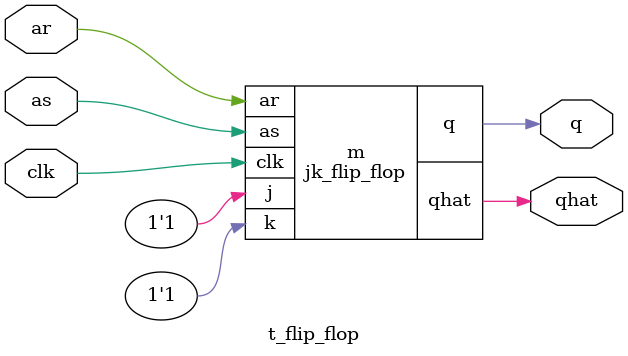
<source format=v>
`timescale 1ns / 1ns


module sr_latch(
    input s,
    input r,
    output q,
    output qhat
);
    assign q = ~(r | qhat);
    assign qhat = ~(s | q);
endmodule

// Qn+1=S+~RQn£¨SR=0£©
module clocked_sr_latch(
    input s,
    input r,
    input as,
    input ar,
    input clk,
    output q,
    output qhat
);
    sr_latch m(
        .s(as | (clk & s)),
        .r(ar | (clk & r)),
        .q(q),
        .qhat(qhat)
    );
endmodule

module d_latch(
    input d,
    input clk,
    input as,
    input ar,
    output q,
    output qhat
);
    clocked_sr_latch m(
        .s(d),
        .r(~d),
        .as(as),
        .ar(ar),
        .clk(clk),
        .q(q),
        .qhat(qhat)
    );
endmodule

module d_flip_flop(
    input d,
    input clk,
    input as,
    input ar,
    output q,
    output qhat
);
    wire qd;
    d_latch master(
        .d(d),
        .clk(~clk),
        .q(qd),
        .as(0),
        .ar(0)
    );
    d_latch slave(
        .d(qd),
        .clk(clk),
        .as(as),
        .ar(ar),
        .q(q),
        .qhat(qhat)
    );
endmodule

module jk_flip_flop(
    input j,
    input k,
    input clk,
    input as,
    input ar,
    output q,
    output qhat
);
    d_flip_flop m(
        .d(j & ~q | ~k & q),
        .clk(clk),
        .q(q),
        .qhat(qhat),
        .as(as),
        .ar(ar)
    );
endmodule

module t_flip_flop(
    input clk,
    input as,
    input ar,
    output q,
    output qhat
);
    jk_flip_flop m(
        .j(1),
        .k(1),
        .clk(clk),
        .q(q),
        .as(as),
        .ar(ar),
        .qhat(qhat)
    );
endmodule

</source>
